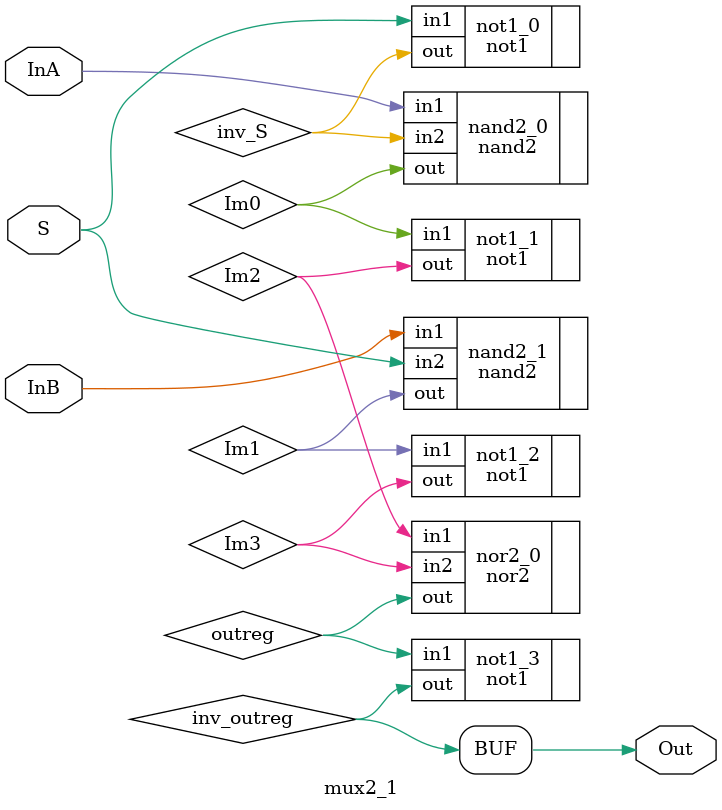
<source format=v>
module mux2_1(Out, InA, InB, S);

  input InA;
  input InB;
  input S;
  output Out;
  wire Im0, Im1, Im2, Im3, inv_S, outreg, inv_outreg;
  
  not1 not1_0 (.in1(S),.out(inv_S));

  nand2 nand2_0 (.in1(InA),.in2(inv_S),.out(Im0));
  nand2 nand2_1 (.in1(InB),.in2(S),.out(Im1));

  not1 not1_1 (.in1(Im0),.out(Im2));
  not1 not1_2 (.in1(Im1),.out(Im3));

  nor2 nor2_0 (.in1(Im2),.in2(Im3),.out(outreg));

  not1 not1_3 (.in1(outreg),.out(inv_outreg));

  assign Out = inv_outreg;

endmodule 
</source>
